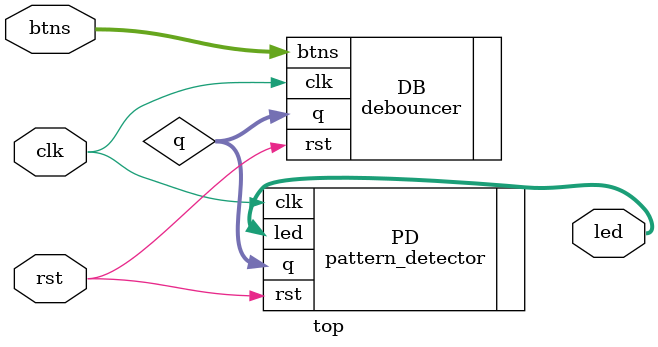
<source format=v>
`timescale 1ns/1ps

module top
  (
   input clk,
   input rst,
   input [3:0] btns,
   output [15:0] led
   );

   
   

   wire [3:0]	 q;
   
   debouncer DB
     (
      .clk(clk),
      .rst(rst),
      .btns(btns),
      .q(q)
   );

   pattern_detector PD
     (
      .clk(clk),
      .rst(rst),
      .q(q),
      .led(led)
      );
   
endmodule // top

</source>
